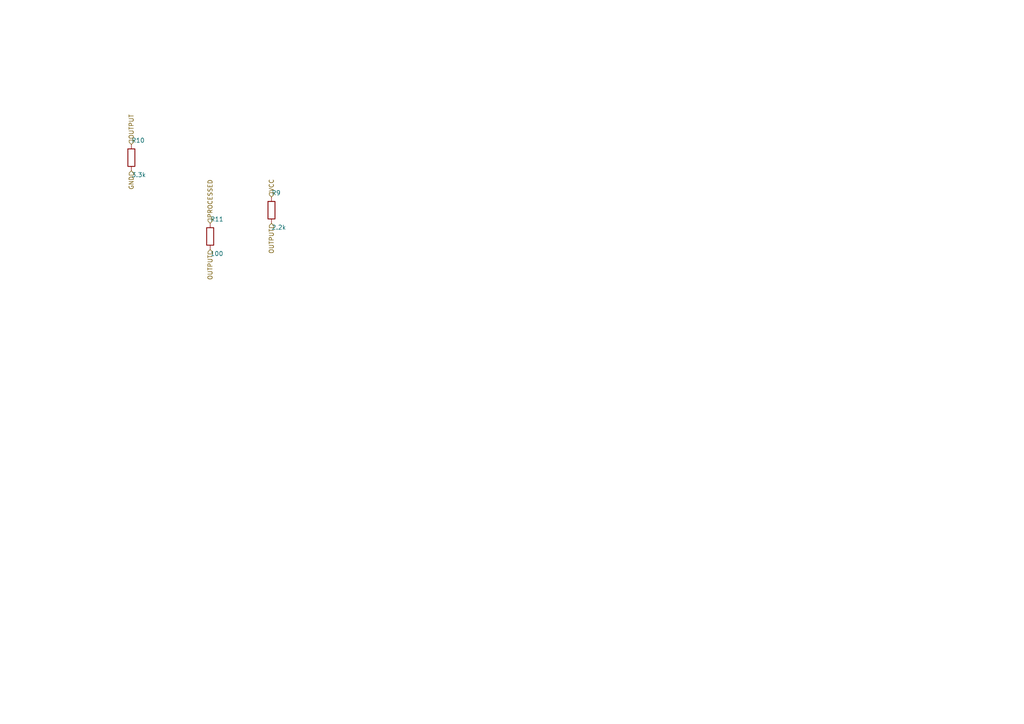
<source format=kicad_sch>
(kicad_sch (version 20250114) (generator "kicad_api") (generator_version "9.0")
  (paper "A4")
  (lib_symbols
    (symbol "Device:R" (pin_numbers hide) (pin_names (offset 0.254))
      (property "Reference" "R" (at 0 0 0))
      (property "Value" "R" (at 0 -2.54 0))
      (symbol "R_0_1"
        (rectangle (start -1.016 -2.54) (end 1.016 2.54) (stroke (width 0.254)))
      )
      (symbol "R_1_1"
        (pin passive line (at 0.0 3.81 270.0) (length 1.27) (name ~) (number "1"))
        (pin passive line (at 0.0 -3.81 90.0) (length 1.27) (name ~) (number "2"))
      )
    )
  )
  (title_block (title output_stage) (date 2025-08-04) (company Circuit-Synth))
  (symbol (lib_id "Device:R") (at 78.74 60.96 0) (unit 1)
    (property "Reference" "R9" (at 78.74 55.96 0) (effects (justify left)))
    (property "Value" "2.2k" (at 78.74 65.96000000000001 0) (effects (justify left)))
    (property "Footprint" "Resistor_SMD:R_0603_1608Metric" (effects (hide yes)))
  )
  (symbol (lib_id "Device:R") (at 38.1 45.72 0) (unit 1)
    (property "Reference" "R10" (at 38.1 40.72 0) (effects (justify left)))
    (property "Value" "3.3k" (at 38.1 50.72 0) (effects (justify left)))
    (property "Footprint" "Resistor_SMD:R_0603_1608Metric" (effects (hide yes)))
  )
  (symbol (lib_id "Device:R") (at 60.96 68.58 0) (unit 1)
    (property "Reference" "R11" (at 60.96 63.58 0) (effects (justify left)))
    (property "Value" "100" (at 60.96 73.58 0) (effects (justify left)))
    (property "Footprint" "Resistor_SMD:R_0603_1608Metric" (effects (hide yes)))
  )
  (hierarchical_label VCC (shape input) (at 78.74 57.15 90))
  (hierarchical_label OUTPUT (shape input) (at 78.74 64.77 270))
  (hierarchical_label OUTPUT (shape input) (at 38.1 41.91 90))
  (hierarchical_label OUTPUT (shape input) (at 60.96 72.39 270))
  (hierarchical_label GND (shape input) (at 38.1 49.53 270))
  (hierarchical_label PROCESSED (shape input) (at 60.96 64.77 90))
)
</source>
